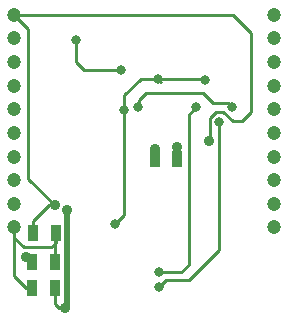
<source format=gtl>
G04 (created by PCBNEW (25-Oct-2014 BZR 4029)-stable) date 2015年05月14日 星期四 19时18分23秒*
%MOIN*%
G04 Gerber Fmt 3.4, Leading zero omitted, Abs format*
%FSLAX34Y34*%
G01*
G70*
G90*
G04 APERTURE LIST*
%ADD10C,0.00590551*%
%ADD11R,0.035X0.055*%
%ADD12C,0.0472441*%
%ADD13C,0.035*%
%ADD14C,0.0314961*%
%ADD15C,0.01*%
%ADD16C,0.019685*%
G04 APERTURE END LIST*
G54D10*
G54D11*
X48620Y-22990D03*
X49370Y-22990D03*
G54D12*
X43919Y-18169D03*
X43919Y-18956D03*
X43919Y-19744D03*
X43919Y-20531D03*
X43919Y-21318D03*
X43919Y-22106D03*
X43919Y-22893D03*
X43919Y-23681D03*
X43919Y-24468D03*
X43919Y-25255D03*
X52580Y-24468D03*
X52580Y-25255D03*
X52580Y-23681D03*
X52580Y-22893D03*
X52580Y-22106D03*
X52580Y-21318D03*
X52580Y-20531D03*
X52580Y-19744D03*
X52580Y-18956D03*
X52580Y-18169D03*
G54D11*
X45287Y-26418D03*
X44537Y-26418D03*
X45305Y-25440D03*
X44555Y-25440D03*
X45275Y-27260D03*
X44525Y-27260D03*
G54D13*
X49365Y-22590D03*
G54D14*
X50300Y-20350D03*
X48725Y-20300D03*
X47300Y-25150D03*
X47600Y-21350D03*
G54D13*
X44334Y-26254D03*
G54D14*
X50750Y-21750D03*
X48750Y-27250D03*
X48750Y-26750D03*
X50000Y-21250D03*
X46000Y-19000D03*
X47500Y-20000D03*
X48050Y-21250D03*
X51200Y-21250D03*
G54D13*
X50414Y-22380D03*
X45275Y-24500D03*
X48625Y-22625D03*
X45695Y-24690D03*
X45615Y-27945D03*
G54D15*
X45287Y-26418D02*
X45287Y-25458D01*
X45287Y-25458D02*
X45305Y-25440D01*
X44525Y-27260D02*
X44320Y-27260D01*
X43919Y-26859D02*
X43919Y-25255D01*
X44320Y-27260D02*
X43919Y-26859D01*
X45305Y-25440D02*
X45305Y-25785D01*
X43919Y-25599D02*
X43919Y-25255D01*
X44240Y-25920D02*
X43919Y-25599D01*
X45170Y-25920D02*
X44240Y-25920D01*
X45305Y-25785D02*
X45170Y-25920D01*
X49370Y-22990D02*
X49370Y-22595D01*
X49370Y-22595D02*
X49365Y-22590D01*
X48725Y-20300D02*
X50250Y-20300D01*
X50250Y-20300D02*
X50300Y-20350D01*
X47600Y-21350D02*
X47600Y-20850D01*
X48725Y-20300D02*
X48825Y-20400D01*
X48150Y-20300D02*
X48725Y-20300D01*
X47600Y-20850D02*
X48150Y-20300D01*
X47600Y-21350D02*
X47600Y-24850D01*
X47600Y-24850D02*
X47300Y-25150D01*
X44537Y-26418D02*
X44498Y-26418D01*
X44498Y-26418D02*
X44334Y-26254D01*
X50750Y-26000D02*
X50750Y-21750D01*
X49750Y-27000D02*
X50750Y-26000D01*
X49000Y-27000D02*
X49750Y-27000D01*
X48750Y-27250D02*
X49000Y-27000D01*
X48750Y-26750D02*
X49500Y-26750D01*
X49500Y-26750D02*
X49750Y-26500D01*
X49750Y-26500D02*
X49750Y-21500D01*
X49750Y-21500D02*
X50000Y-21250D01*
X46000Y-19750D02*
X46000Y-19000D01*
X46250Y-20000D02*
X46000Y-19750D01*
X47500Y-20000D02*
X46250Y-20000D01*
X50600Y-21100D02*
X50550Y-21100D01*
X50550Y-21100D02*
X50225Y-20775D01*
X48100Y-21200D02*
X48050Y-21250D01*
X48100Y-21000D02*
X48100Y-21200D01*
X48325Y-20775D02*
X48100Y-21000D01*
X50225Y-20775D02*
X48325Y-20775D01*
X51050Y-21100D02*
X50600Y-21100D01*
X51200Y-21250D02*
X51050Y-21100D01*
X51213Y-18169D02*
X43919Y-18169D01*
X51832Y-18788D02*
X51213Y-18169D01*
X51832Y-21418D02*
X51832Y-18788D01*
X51536Y-21714D02*
X51832Y-21418D01*
X51212Y-21714D02*
X51536Y-21714D01*
X50890Y-21392D02*
X51212Y-21714D01*
X50666Y-21392D02*
X50890Y-21392D01*
X50442Y-21616D02*
X50666Y-21392D01*
X50442Y-22352D02*
X50442Y-21616D01*
X50414Y-22380D02*
X50442Y-22352D01*
X45275Y-24500D02*
X45100Y-24500D01*
X44555Y-25045D02*
X44555Y-25440D01*
X45100Y-24500D02*
X44555Y-25045D01*
X44400Y-18650D02*
X43919Y-18169D01*
X45275Y-24500D02*
X44400Y-23625D01*
X44400Y-23625D02*
X44400Y-18650D01*
X45615Y-27945D02*
X45425Y-27945D01*
X45275Y-27795D02*
X45275Y-27260D01*
X45425Y-27945D02*
X45275Y-27795D01*
X48620Y-22630D02*
X48620Y-22990D01*
X48625Y-22625D02*
X48620Y-22630D01*
G54D16*
X45695Y-27865D02*
X45695Y-24690D01*
X45615Y-27945D02*
X45695Y-27865D01*
M02*

</source>
